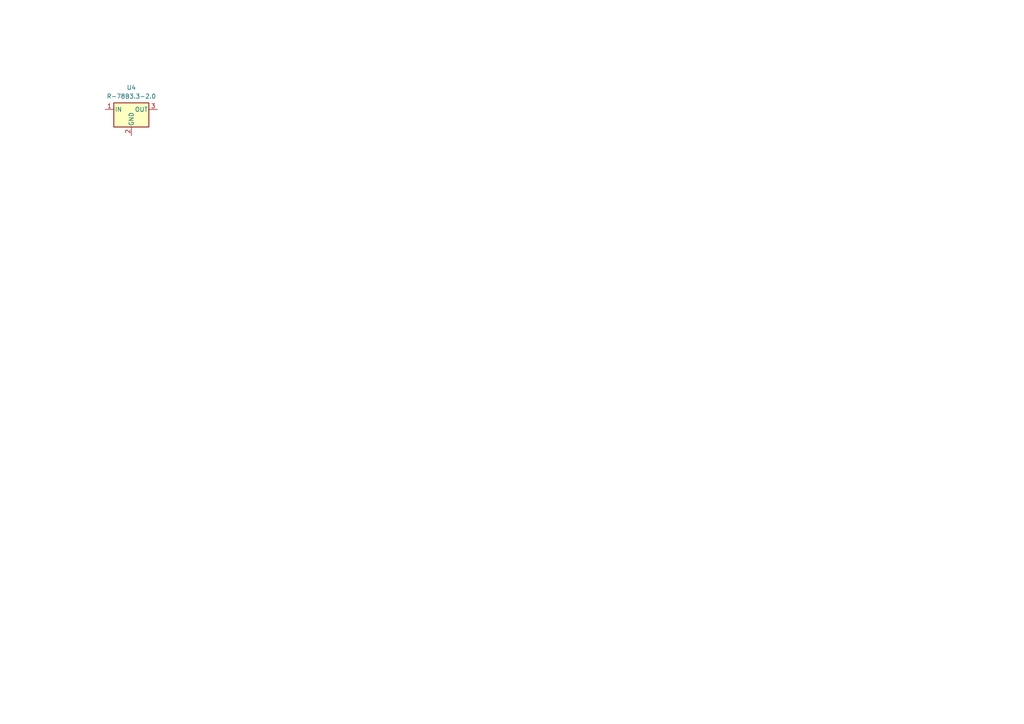
<source format=kicad_sch>
(kicad_sch (version 20250114) (generator "eeschema") (generator_version "9.0")
  (paper "A4")
  (lib_symbols
    (symbol "Regulator_Switching:R-78B3.3-2.0" (pin_names (offset 0.254))
      (property "Reference" "U" (at -3.81 3.175 0))
      (property "Value" "R-78B3.3-2.0" (at 0 3.175 0))
      (symbol "R-78B3.3-2.0_0_1"
        (rectangle (start -5.08 1.905) (end 5.08 -5.08) (stroke (width 0.254)) (fill (type background)))
      )
      (symbol "R-78B3.3-2.0_1_1"
        (pin power_in line (at -7.62 0 0) (length 2.54) (name "IN") (number "1"))
        (pin power_in line (at 0 -7.62 90) (length 2.54) (name "GND") (number "2"))
        (pin power_out line (at 7.62 0 180) (length 2.54) (name "OUT") (number "3"))
      )
    )
  )
  (symbol (lib_id "Regulator_Switching:R-78B3.3-2.0") (at 38.1 31.75 0) (unit 1)
    (property "Reference" "U4" (at 38.1 25.4 0))
    (property "Value" "R-78B3.3-2.0" (at 38.1 27.94 0))
    (property "Footprint" "Converter_DCDC:Converter_DCDC_RECOM_R-78B-2.0_THT" (effects (hide yes)))
    (property "Datasheet" "https://www.recom-power.com/pdf/Innoline/R-78Bxx-2.0.pdf" (effects (hide yes)))
    (property "Description" "2A Step-Down DC/DC-Regulator, 4.75-32V input, 3.3V fixed Output Voltage, LM78xx replacement, -40°C to +85°C, SIP3" (effects (hide yes)))
  )
)
</source>
